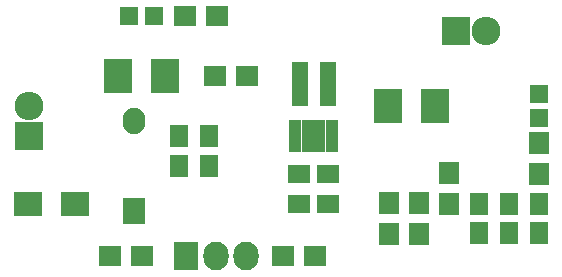
<source format=gts>
G04 #@! TF.FileFunction,Soldermask,Top*
%FSLAX46Y46*%
G04 Gerber Fmt 4.6, Leading zero omitted, Abs format (unit mm)*
G04 Created by KiCad (PCBNEW no-vcs-found-product) date Fri 08 Apr 2016 02:07:00 AM CDT*
%MOMM*%
G01*
G04 APERTURE LIST*
%ADD10C,0.100000*%
%ADD11R,1.650000X1.900000*%
%ADD12R,1.900000X1.650000*%
%ADD13R,1.598880X1.598880*%
%ADD14R,2.127200X2.432000*%
%ADD15O,2.127200X2.432000*%
%ADD16R,1.380000X3.800000*%
%ADD17R,1.900000X1.700000*%
%ADD18R,1.700000X1.900000*%
%ADD19R,1.924000X2.224000*%
%ADD20O,1.924000X2.224000*%
%ADD21R,1.050000X0.700000*%
%ADD22R,1.175000X1.640000*%
%ADD23R,2.400000X2.000000*%
%ADD24R,2.400000X2.900000*%
%ADD25R,2.432000X2.432000*%
%ADD26O,2.432000X2.432000*%
G04 APERTURE END LIST*
D10*
D11*
X80645000Y-145435000D03*
X80645000Y-147935000D03*
X83185000Y-145435000D03*
X83185000Y-147935000D03*
D12*
X93325000Y-151130000D03*
X90825000Y-151130000D03*
X93325000Y-148590000D03*
X90825000Y-148590000D03*
D11*
X106045000Y-151150000D03*
X106045000Y-153650000D03*
X108585000Y-151150000D03*
X108585000Y-153650000D03*
X111125000Y-151150000D03*
X111125000Y-153650000D03*
D13*
X78519020Y-135255000D03*
X76420980Y-135255000D03*
X111125000Y-141825980D03*
X111125000Y-143924020D03*
D14*
X81280000Y-155575000D03*
D15*
X83820000Y-155575000D03*
X86360000Y-155575000D03*
D16*
X93268800Y-140970000D03*
X90898800Y-140970000D03*
D17*
X74850000Y-155575000D03*
X77550000Y-155575000D03*
X92155000Y-155575000D03*
X89455000Y-155575000D03*
X83900000Y-135255000D03*
X81200000Y-135255000D03*
D18*
X100965000Y-151050000D03*
X100965000Y-153750000D03*
X111125000Y-145970000D03*
X111125000Y-148670000D03*
X98425000Y-153750000D03*
X98425000Y-151050000D03*
D17*
X86440000Y-140335000D03*
X83740000Y-140335000D03*
D18*
X103505000Y-148510000D03*
X103505000Y-151210000D03*
D19*
X76835000Y-151765000D03*
D20*
X76835000Y-144145000D03*
D21*
X90525000Y-144415000D03*
X90525000Y-144915000D03*
X90525000Y-145415000D03*
X90525000Y-145915000D03*
X90525000Y-146415000D03*
X93625000Y-146415000D03*
X93625000Y-145915000D03*
X93625000Y-145415000D03*
X93625000Y-144915000D03*
X93625000Y-144415000D03*
D22*
X92462500Y-146035000D03*
X92462500Y-144795000D03*
X91687500Y-146035000D03*
X91687500Y-144795000D03*
D23*
X67850000Y-151130000D03*
X71850000Y-151130000D03*
D24*
X75470000Y-140335000D03*
X79470000Y-140335000D03*
X98330000Y-142875000D03*
X102330000Y-142875000D03*
D25*
X67945000Y-145415000D03*
D26*
X67945000Y-142875000D03*
D25*
X104140000Y-136525000D03*
D26*
X106680000Y-136525000D03*
M02*

</source>
